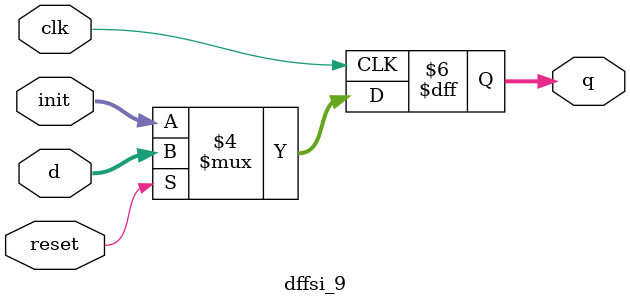
<source format=v>
module dffsi_9 (
    input clk,
    input reset,
    input [8:0] init,
    input [8:0] d,
    output reg [8:0] q
);

    // Synthesis Attribute to keep hierarchy
     

    // Random initialization
    `ifdef RANDOM_INIT
        initial $random_init(q);
    `endif

    // Assertion for checking reset signal
    `ifdef CHK_RESET_EOS
        assert_quiescent_state #(0,1,0, "***ERROR ASSERT: reset still asserted at end of simulation")
            a0(.clk(clk), .reset_n(1'b1), .state_expr(reset), .check_value(1'b0), .sample_event(1'b0));
    `endif

    always @(posedge clk) begin
        if (!reset) begin
            q <= init;
        end else begin
            q <= d;
        end
    end

endmodule
</source>
